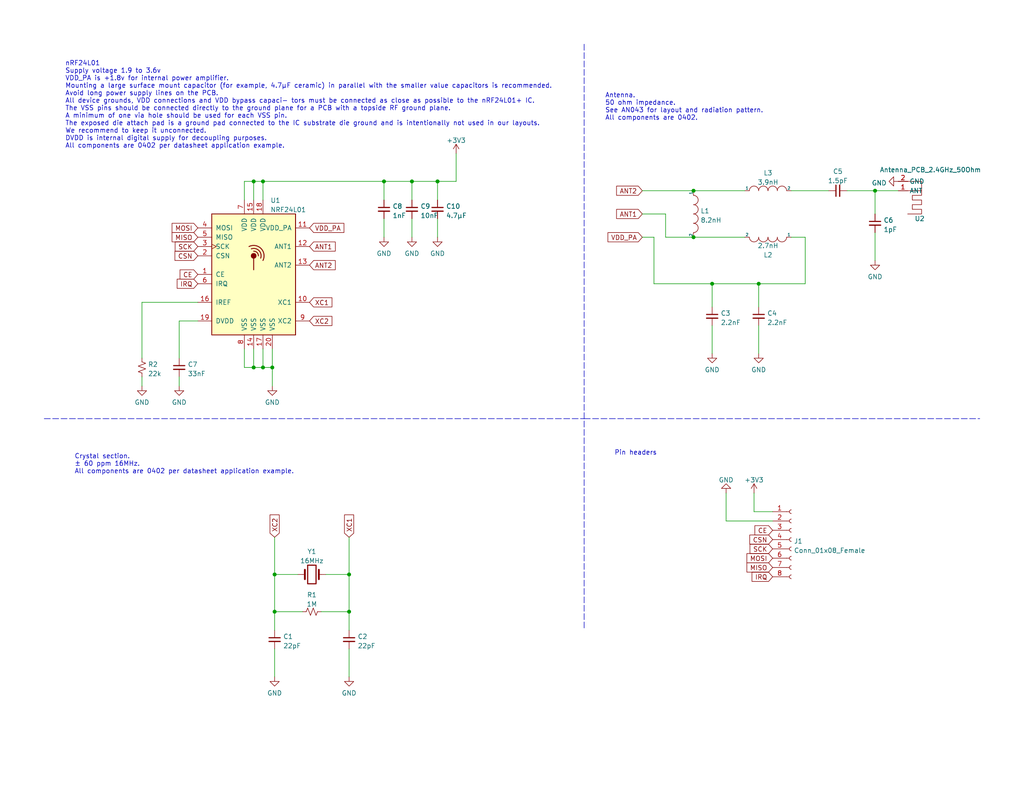
<source format=kicad_sch>
(kicad_sch (version 20211123) (generator eeschema)
  (paper "USLetter")
  (title_block (title "nRF24L01+ breakout board") (date "2023-03-04") (rev "v1") (company "Jed Parsons"))
  (lib_symbols
    (symbol "Connector:Conn_01x08_Female" (pin_names (offset 1.016) hide)
      (property "Reference" "J" (at 0 10.16 0))
      (property "Value" "Conn_01x08_Female" (at 0 -12.7 0))
      (symbol "Conn_01x08_Female_1_1"
        (arc (start 0 -9.652) (mid -0.508 -10.16) (end 0 -10.668) (stroke (width 0.1524)))
        (arc (start 0 -7.112) (mid -0.508 -7.62) (end 0 -8.128) (stroke (width 0.1524)))
        (arc (start 0 -4.572) (mid -0.508 -5.08) (end 0 -5.588) (stroke (width 0.1524)))
        (arc (start 0 -2.032) (mid -0.508 -2.54) (end 0 -3.048) (stroke (width 0.1524)))
        (polyline (pts (xy -1.27 -10.16) (xy -0.508 -10.16)) (stroke (width 0.1524)))
        (polyline (pts (xy -1.27 -7.62) (xy -0.508 -7.62)) (stroke (width 0.1524)))
        (polyline (pts (xy -1.27 -5.08) (xy -0.508 -5.08)) (stroke (width 0.1524)))
        (polyline (pts (xy -1.27 -2.54) (xy -0.508 -2.54)) (stroke (width 0.1524)))
        (polyline (pts (xy -1.27 0) (xy -0.508 0)) (stroke (width 0.1524)))
        (polyline (pts (xy -1.27 2.54) (xy -0.508 2.54)) (stroke (width 0.1524)))
        (polyline (pts (xy -1.27 5.08) (xy -0.508 5.08)) (stroke (width 0.1524)))
        (polyline (pts (xy -1.27 7.62) (xy -0.508 7.62)) (stroke (width 0.1524)))
        (arc (start 0 0.508) (mid -0.508 0) (end 0 -0.508) (stroke (width 0.1524)))
        (arc (start 0 3.048) (mid -0.508 2.54) (end 0 2.032) (stroke (width 0.1524)))
        (arc (start 0 5.588) (mid -0.508 5.08) (end 0 4.572) (stroke (width 0.1524)))
        (arc (start 0 8.128) (mid -0.508 7.62) (end 0 7.112) (stroke (width 0.1524)))
        (pin passive line (at -5.08 7.62 0) (length 3.81) (name "Pin_1") (number "1"))
        (pin passive line (at -5.08 5.08 0) (length 3.81) (name "Pin_2") (number "2"))
        (pin passive line (at -5.08 2.54 0) (length 3.81) (name "Pin_3") (number "3"))
        (pin passive line (at -5.08 0 0) (length 3.81) (name "Pin_4") (number "4"))
        (pin passive line (at -5.08 -2.54 0) (length 3.81) (name "Pin_5") (number "5"))
        (pin passive line (at -5.08 -5.08 0) (length 3.81) (name "Pin_6") (number "6"))
        (pin passive line (at -5.08 -7.62 0) (length 3.81) (name "Pin_7") (number "7"))
        (pin passive line (at -5.08 -10.16 0) (length 3.81) (name "Pin_8") (number "8"))
      )
    )
    (symbol "Custom:Antenna_PCB_2.4GHz_50Ohm"
      (property "Reference" "U" (at 0 7.62 0))
      (property "Value" "Antenna_PCB_2.4GHz_50Ohm" (at 0 -8.89 0))
      (symbol "Antenna_PCB_2.4GHz_50Ohm_0_1"
        (polyline (pts (xy 0 0) (xy 3.81 0) (xy 3.81 2.54) (xy 0 2.54)) (stroke (width 0.1524)))
        (polyline (pts (xy 3.81 0) (xy 3.81 -1.27) (xy 1.27 -1.27) (xy 1.27 -2.54) (xy 3.81 -2.54) (xy 3.81 -3.81) (xy 1.27 -3.81) (xy 1.27 -5.08) (xy 3.81 -5.08) (xy 3.81 -6.35) (xy 0 -6.35)) (stroke (width 0.1524)))
      )
      (symbol "Antenna_PCB_2.4GHz_50Ohm_1_1"
        (pin bidirectional line (at -2.54 0 0) (length 2.54) (name "ANT") (number "1"))
        (pin bidirectional line (at -2.54 2.54 0) (length 2.54) (name "GND") (number "2"))
      )
    )
    (symbol "Device:C_Small" (pin_numbers hide) (pin_names (offset 0.254) hide)
      (property "Reference" "C" (at 0.254 1.778 0))
      (property "Value" "C_Small" (at 0.254 -2.032 0))
      (symbol "C_Small_0_1"
        (polyline (pts (xy -1.524 -0.508) (xy 1.524 -0.508)) (stroke (width 0.3302)))
        (polyline (pts (xy -1.524 0.508) (xy 1.524 0.508)) (stroke (width 0.3048)))
      )
      (symbol "C_Small_1_1"
        (pin passive line (at 0 2.54 270) (length 2.032) (name "~") (number "1"))
        (pin passive line (at 0 -2.54 90) (length 2.032) (name "~") (number "2"))
      )
    )
    (symbol "Device:Crystal" (pin_numbers hide) (pin_names (offset 1.016) hide)
      (property "Reference" "Y" (at 0 3.81 0))
      (property "Value" "Crystal" (at 0 -3.81 0))
      (symbol "Crystal_0_1"
        (rectangle (start -1.143 2.54) (end 1.143 -2.54) (stroke (width 0.3048)))
        (polyline (pts (xy -2.54 0) (xy -1.905 0)))
        (polyline (pts (xy -1.905 -1.27) (xy -1.905 1.27)) (stroke (width 0.508)))
        (polyline (pts (xy 1.905 -1.27) (xy 1.905 1.27)) (stroke (width 0.508)))
        (polyline (pts (xy 2.54 0) (xy 1.905 0)))
      )
      (symbol "Crystal_1_1"
        (pin passive line (at -3.81 0 0) (length 1.27) (name "1") (number "1"))
        (pin passive line (at 3.81 0 180) (length 1.27) (name "2") (number "2"))
      )
    )
    (symbol "Device:R_Small_US" (pin_numbers hide) (pin_names (offset 0.254) hide)
      (property "Reference" "R" (at 0.762 0.508 0))
      (property "Value" "R_Small_US" (at 0.762 -1.016 0))
      (symbol "R_Small_US_1_1"
        (polyline (pts (xy 0 0) (xy 1.016 -0.381) (xy 0 -0.762) (xy -1.016 -1.143) (xy 0 -1.524)))
        (polyline (pts (xy 0 1.524) (xy 1.016 1.143) (xy 0 0.762) (xy -1.016 0.381) (xy 0 0)))
        (pin passive line (at 0 2.54 270) (length 1.016) (name "~") (number "1"))
        (pin passive line (at 0 -2.54 90) (length 1.016) (name "~") (number "2"))
      )
    )
    (symbol "RF:NRF24L01" (pin_names (offset 1.016))
      (property "Reference" "U" (at -11.43 17.78 0))
      (property "Value" "NRF24L01" (at 5.08 17.78 0))
      (symbol "NRF24L01_0_1"
        (rectangle (start -11.43 16.51) (end 11.43 -16.51) (stroke (width 0.254)) (fill (type background)))
        (polyline (pts (xy 0 4.445) (xy 0 1.27)) (stroke (width 0.254)))
        (circle (center 0 5.08) (radius 0.635) (stroke (width 0.254)) (fill (type outline)))
        (arc (start 1.27 5.08) (mid 0.9071 5.9946) (end 0 6.35) (stroke (width 0.254)))
        (arc (start 1.905 4.445) (mid 1.4313 6.5254) (end -0.635 6.985) (stroke (width 0.254)))
        (arc (start 2.54 3.81) (mid 2.008 7.088) (end -1.27 7.62) (stroke (width 0.254)))
        (rectangle (start 11.43 -13.97) (end 11.43 -13.97))
      )
      (symbol "NRF24L01_1_1"
        (pin input line (at -15.24 0 0) (length 3.81) (name "CE") (number "1"))
        (pin passive line (at 15.24 -7.62 180) (length 3.81) (name "XC1") (number "10"))
        (pin power_out line (at 15.24 12.7 180) (length 3.81) (name "VDD_PA") (number "11"))
        (pin passive line (at 15.24 7.62 180) (length 3.81) (name "ANT1") (number "12"))
        (pin passive line (at 15.24 2.54 180) (length 3.81) (name "ANT2") (number "13"))
        (pin power_in line (at 0 -20.32 90) (length 3.81) (name "VSS") (number "14"))
        (pin power_in line (at 0 20.32 270) (length 3.81) (name "VDD") (number "15"))
        (pin passive line (at -15.24 -7.62 0) (length 3.81) (name "IREF") (number "16"))
        (pin power_in line (at 2.54 -20.32 90) (length 3.81) (name "VSS") (number "17"))
        (pin power_in line (at 2.54 20.32 270) (length 3.81) (name "VDD") (number "18"))
        (pin power_out line (at -15.24 -12.7 0) (length 3.81) (name "DVDD") (number "19"))
        (pin input line (at -15.24 5.08 0) (length 3.81) (name "CSN") (number "2"))
        (pin power_in line (at 5.08 -20.32 90) (length 3.81) (name "VSS") (number "20"))
        (pin input clock (at -15.24 7.62 0) (length 3.81) (name "SCK") (number "3"))
        (pin input line (at -15.24 12.7 0) (length 3.81) (name "MOSI") (number "4"))
        (pin output line (at -15.24 10.16 0) (length 3.81) (name "MISO") (number "5"))
        (pin output line (at -15.24 -2.54 0) (length 3.81) (name "IRQ") (number "6"))
        (pin power_in line (at -2.54 20.32 270) (length 3.81) (name "VDD") (number "7"))
        (pin power_in line (at -2.54 -20.32 90) (length 3.81) (name "VSS") (number "8"))
        (pin passive line (at 15.24 -12.7 180) (length 3.81) (name "XC2") (number "9"))
      )
    )
    (symbol "power:+3V3" (power) (pin_names (offset 0))
      (property "Value" "+3V3" (at 0 3.556 0))
      (symbol "+3V3_0_1"
        (polyline (pts (xy -0.762 1.27) (xy 0 2.54)))
        (polyline (pts (xy 0 0) (xy 0 2.54)))
        (polyline (pts (xy 0 2.54) (xy 0.762 1.27)))
      )
      (symbol "+3V3_1_1"
        (pin power_in line (at 0 0 90) (length 0) hide (name "+3V3") (number "1"))
      )
    )
    (symbol "power:GND" (power) (pin_names (offset 0))
      (property "Value" "GND" (at 0 -3.81 0))
      (symbol "GND_0_1"
        (polyline (pts (xy 0 0) (xy 0 -1.27) (xy 1.27 -1.27) (xy 0 -2.54) (xy -1.27 -1.27) (xy 0 -1.27)))
      )
      (symbol "GND_1_1"
        (pin power_in line (at 0 0 270) (length 0) hide (name "GND") (number "1"))
      )
    )
    (symbol "pspice:INDUCTOR" (pin_numbers hide) (pin_names (offset 0))
      (property "Reference" "L" (at 0 2.54 0))
      (property "Value" "INDUCTOR" (at 0 -1.27 0))
      (symbol "INDUCTOR_0_1"
        (arc (start -2.54 0) (mid -3.81 1.27) (end -5.08 0))
        (arc (start 0 0) (mid -1.27 1.27) (end -2.54 0))
        (arc (start 2.54 0) (mid 1.27 1.27) (end 0 0))
        (arc (start 5.08 0) (mid 3.81 1.27) (end 2.54 0))
      )
      (symbol "INDUCTOR_1_1"
        (pin input line (at -6.35 0 0) (length 1.27) (name "1") (number "1"))
        (pin input line (at 6.35 0 180) (length 1.27) (name "2") (number "2"))
      )
    )
  )
  (junction (at 69.215 100.33))
  (junction (at 95.25 167.005))
  (junction (at 189.23 52.07))
  (junction (at 71.755 100.33))
  (junction (at 74.93 156.845))
  (junction (at 74.93 167.005))
  (junction (at 95.25 156.845))
  (junction (at 69.215 49.53))
  (junction (at 74.295 100.33))
  (junction (at 112.395 49.53))
  (junction (at 104.775 49.53))
  (junction (at 119.38 49.53))
  (junction (at 238.76 52.07))
  (junction (at 207.01 77.47))
  (junction (at 71.755 49.53))
  (junction (at 194.31 77.47))
  (junction (at 189.23 64.77))
  (wire (pts (xy 66.675 100.33) (xy 69.215 100.33)))
  (wire (pts (xy 66.675 95.25) (xy 66.675 100.33)))
  (wire (pts (xy 194.31 77.47) (xy 194.31 83.82)))
  (wire (pts (xy 38.735 102.87) (xy 38.735 105.41)))
  (wire (pts (xy 189.23 64.77) (xy 203.2 64.77)))
  (wire (pts (xy 119.38 59.69) (xy 119.38 64.77)))
  (wire (pts (xy 112.395 49.53) (xy 119.38 49.53)))
  (wire (pts (xy 119.38 49.53) (xy 119.38 54.61)))
  (wire (pts (xy 194.31 88.9) (xy 194.31 96.52)))
  (wire (pts (xy 219.71 77.47) (xy 207.01 77.47)))
  (wire (pts (xy 205.74 134.62) (xy 205.74 139.7)))
  (wire (pts (xy 69.215 49.53) (xy 71.755 49.53)))
  (wire (pts (xy 74.93 167.005) (xy 82.55 167.005)))
  (wire (pts (xy 194.31 77.47) (xy 178.435 77.47)))
  (wire (pts (xy 38.735 82.55) (xy 38.735 97.79)))
  (wire (pts (xy 95.25 146.685) (xy 95.25 156.845)))
  (wire (pts (xy 71.755 49.53) (xy 104.775 49.53)))
  (wire (pts (xy 53.975 82.55) (xy 38.735 82.55)))
  (wire (pts (xy 215.9 52.07) (xy 226.06 52.07)))
  (wire (pts (xy 219.71 64.77) (xy 219.71 77.47)))
  (wire (pts (xy 95.25 167.005) (xy 95.25 172.085)))
  (wire (pts (xy 66.675 54.61) (xy 66.675 49.53)))
  (wire (pts (xy 74.93 156.845) (xy 74.93 167.005)))
  (wire (pts (xy 48.895 97.79) (xy 48.895 87.63)))
  (wire (pts (xy 104.775 59.69) (xy 104.775 64.77)))
  (wire (pts (xy 69.215 95.25) (xy 69.215 100.33)))
  (wire (pts (xy 175.26 64.77) (xy 178.435 64.77)))
  (wire (pts (xy 95.25 156.845) (xy 95.25 167.005)))
  (wire (pts (xy 104.775 49.53) (xy 104.775 54.61)))
  (wire (pts (xy 95.25 177.165) (xy 95.25 184.785)))
  (wire (pts (xy 74.93 156.845) (xy 81.28 156.845)))
  (wire (pts (xy 181.61 64.77) (xy 181.61 58.42)))
  (wire (pts (xy 74.93 146.685) (xy 74.93 156.845)))
  (wire (pts (xy 238.76 52.07) (xy 245.11 52.07)))
  (polyline (pts (xy 12.065 114.3) (xy 159.385 114.3)))
  (wire (pts (xy 71.755 54.61) (xy 71.755 49.53)))
  (wire (pts (xy 124.46 41.91) (xy 124.46 49.53)))
  (wire (pts (xy 112.395 49.53) (xy 112.395 54.61)))
  (wire (pts (xy 198.12 134.62) (xy 198.12 142.24)))
  (wire (pts (xy 205.74 139.7) (xy 210.82 139.7)))
  (wire (pts (xy 48.895 102.87) (xy 48.895 105.41)))
  (wire (pts (xy 95.25 167.005) (xy 87.63 167.005)))
  (wire (pts (xy 207.01 88.9) (xy 207.01 96.52)))
  (wire (pts (xy 71.755 100.33) (xy 74.295 100.33)))
  (wire (pts (xy 175.26 52.07) (xy 189.23 52.07)))
  (wire (pts (xy 74.93 177.165) (xy 74.93 184.785)))
  (wire (pts (xy 215.9 64.77) (xy 219.71 64.77)))
  (wire (pts (xy 74.93 167.005) (xy 74.93 172.085)))
  (wire (pts (xy 104.775 49.53) (xy 112.395 49.53)))
  (wire (pts (xy 71.755 95.25) (xy 71.755 100.33)))
  (wire (pts (xy 69.215 100.33) (xy 71.755 100.33)))
  (wire (pts (xy 48.895 87.63) (xy 53.975 87.63)))
  (wire (pts (xy 69.215 54.61) (xy 69.215 49.53)))
  (wire (pts (xy 74.295 100.33) (xy 74.295 105.41)))
  (polyline (pts (xy 159.385 114.3) (xy 267.335 114.3)))
  (wire (pts (xy 74.295 95.25) (xy 74.295 100.33)))
  (wire (pts (xy 238.76 52.07) (xy 238.76 58.42)))
  (wire (pts (xy 88.9 156.845) (xy 95.25 156.845)))
  (wire (pts (xy 112.395 59.69) (xy 112.395 64.77)))
  (wire (pts (xy 189.23 52.07) (xy 203.2 52.07)))
  (wire (pts (xy 66.675 49.53) (xy 69.215 49.53)))
  (wire (pts (xy 207.01 77.47) (xy 207.01 83.82)))
  (wire (pts (xy 189.23 64.77) (xy 181.61 64.77)))
  (wire (pts (xy 198.12 142.24) (xy 210.82 142.24)))
  (wire (pts (xy 119.38 49.53) (xy 124.46 49.53)))
  (wire (pts (xy 238.76 63.5) (xy 238.76 71.12)))
  (wire (pts (xy 207.01 77.47) (xy 194.31 77.47)))
  (wire (pts (xy 178.435 77.47) (xy 178.435 64.77)))
  (wire (pts (xy 231.14 52.07) (xy 238.76 52.07)))
  (polyline (pts (xy 159.385 12.065) (xy 159.385 171.45)))
  (wire (pts (xy 175.26 58.42) (xy 181.61 58.42)))
  (text "Antenna.\n50 ohm impedance.\nSee AN043 for layout and radiation pattern.\nAll components are 0402." (at 165.1 33.02 0) (effects (font (size 1.27 1.27)) (justify left bottom)))
  (text "Crystal section.\n± 60 ppm 16MHz.\nAll components are 0402 per datasheet application example." (at 20.32 129.54 0) (effects (font (size 1.27 1.27)) (justify left bottom)))
  (text "Pin headers" (at 167.64 124.46 0) (effects (font (size 1.27 1.27)) (justify left bottom)))
  (text "nRF24L01\nSupply voltage 1.9 to 3.6v\nVDD_PA is +1.8v for internal power amplifier.\nMounting a large surface mount capacitor (for example, 4.7μF ceramic) in parallel with the smaller value capacitors is recommended.\nAvoid long power supply lines on the PCB.\nAll device grounds, VDD connections and VDD bypass capaci- tors must be connected as close as possible to the nRF24L01+ IC.\nThe VSS pins should be connected directly to the ground plane for a PCB with a topside RF ground plane.\nA minimum of one via hole should be used for each VSS pin.\nThe exposed die attach pad is a ground pad connected to the IC substrate die ground and is intentionally not used in our layouts.\nWe recommend to keep it unconnected.\nDVDD is internal digital supply for decoupling purposes.\nAll components are 0402 per datasheet application example." (at 17.78 40.64 0) (effects (font (size 1.27 1.27)) (justify left bottom)))
  (global_label "ANT2" (shape input) (at 175.26 52.07 180) (property "Intersheet References" "${INTERSHEET_REFS}" (effects hide)))
  (global_label "IRQ" (shape input) (at 53.975 77.47 180) (property "Intersheet References" "${INTERSHEET_REFS}" (effects hide)))
  (global_label "IRQ" (shape input) (at 210.82 157.48 180) (property "Intersheet References" "${INTERSHEET_REFS}" (effects hide)))
  (global_label "ANT2" (shape input) (at 84.455 72.39 0) (property "Intersheet References" "${INTERSHEET_REFS}" (effects hide)))
  (global_label "XC1" (shape input) (at 95.25 146.685 90) (property "Intersheet References" "${INTERSHEET_REFS}" (effects hide)))
  (global_label "CSN" (shape input) (at 53.975 69.85 180) (property "Intersheet References" "${INTERSHEET_REFS}" (effects hide)))
  (global_label "CE" (shape input) (at 53.975 74.93 180) (property "Intersheet References" "${INTERSHEET_REFS}" (effects hide)))
  (global_label "MOSI" (shape input) (at 210.82 152.4 180) (property "Intersheet References" "${INTERSHEET_REFS}" (effects hide)))
  (global_label "SCK" (shape input) (at 53.975 67.31 180) (property "Intersheet References" "${INTERSHEET_REFS}" (effects hide)))
  (global_label "SCK" (shape input) (at 210.82 149.86 180) (property "Intersheet References" "${INTERSHEET_REFS}" (effects hide)))
  (global_label "XC2" (shape input) (at 84.455 87.63 0) (property "Intersheet References" "${INTERSHEET_REFS}" (effects hide)))
  (global_label "ANT1" (shape input) (at 84.455 67.31 0) (property "Intersheet References" "${INTERSHEET_REFS}" (effects hide)))
  (global_label "MOSI" (shape input) (at 53.975 62.23 180) (property "Intersheet References" "${INTERSHEET_REFS}" (effects hide)))
  (global_label "VDD_PA" (shape input) (at 175.26 64.77 180) (property "Intersheet References" "${INTERSHEET_REFS}" (effects hide)))
  (global_label "VDD_PA" (shape input) (at 84.455 62.23 0) (property "Intersheet References" "${INTERSHEET_REFS}" (effects hide)))
  (global_label "XC1" (shape input) (at 84.455 82.55 0) (property "Intersheet References" "${INTERSHEET_REFS}" (effects hide)))
  (global_label "ANT1" (shape input) (at 175.26 58.42 180) (property "Intersheet References" "${INTERSHEET_REFS}" (effects hide)))
  (global_label "MISO" (shape input) (at 53.975 64.77 180) (property "Intersheet References" "${INTERSHEET_REFS}" (effects hide)))
  (global_label "CE" (shape input) (at 210.82 144.78 180) (property "Intersheet References" "${INTERSHEET_REFS}" (effects hide)))
  (global_label "MISO" (shape input) (at 210.82 154.94 180) (property "Intersheet References" "${INTERSHEET_REFS}" (effects hide)))
  (global_label "XC2" (shape input) (at 74.93 146.685 90) (property "Intersheet References" "${INTERSHEET_REFS}" (effects hide)))
  (global_label "CSN" (shape input) (at 210.82 147.32 180) (property "Intersheet References" "${INTERSHEET_REFS}" (effects hide)))
  (symbol (lib_id "power:+3V3") (at 205.74 134.62 0) (unit 1)
    (property "Reference" "#PWR0112" (effects hide))
    (property "Value" "+3V3" (at 205.74 131.0442 0))
  )
  (symbol (lib_id "power:GND") (at 38.735 105.41 0) (unit 1)
    (property "Reference" "#PWR0102" (effects hide))
    (property "Value" "GND" (at 38.735 109.8534 0))
  )
  (symbol (lib_id "power:GND") (at 198.12 134.62 180) (unit 1)
    (property "Reference" "#PWR0113" (effects hide))
    (property "Value" "GND" (at 198.12 131.0442 0))
  )
  (symbol (lib_id "Device:C_Small") (at 119.38 57.15 0) (unit 1)
    (property "Reference" "C10" (at 121.7041 56.3216 0) (effects (justify left)))
    (property "Value" "4.7µF" (at 121.7041 58.8585 0) (effects (justify left)))
    (property "Footprint" "Capacitor_SMD:C_0603_1608Metric" (effects hide))
  )
  (symbol (lib_id "power:GND") (at 112.395 64.77 0) (unit 1)
    (property "Reference" "#PWR0104" (effects hide))
    (property "Value" "GND" (at 112.395 69.2134 0))
  )
  (symbol (lib_id "power:GND") (at 95.25 184.785 0) (unit 1)
    (property "Reference" "#PWR0110" (effects hide))
    (property "Value" "GND" (at 95.25 189.2284 0))
  )
  (symbol (lib_id "power:GND") (at 245.11 49.53 270) (unit 1)
    (property "Reference" "#PWR0115" (effects hide))
    (property "Value" "GND" (at 241.9351 49.9638 90) (effects (justify right)))
  )
  (symbol (lib_id "power:GND") (at 207.01 96.52 0) (unit 1)
    (property "Reference" "#PWR0108" (effects hide))
    (property "Value" "GND" (at 207.01 100.9634 0))
  )
  (symbol (lib_id "Device:C_Small") (at 228.6 52.07 90) (unit 1)
    (property "Reference" "C5" (at 228.6063 46.8081 90))
    (property "Value" "1.5pF" (at 228.6063 49.345 90))
    (property "Footprint" "Capacitor_SMD:C_0402_1005Metric" (effects hide))
  )
  (symbol (lib_id "Device:C_Small") (at 95.25 174.625 0) (unit 1)
    (property "Reference" "C2" (at 97.5741 173.7966 0) (effects (justify left)))
    (property "Value" "22pF" (at 97.5741 176.3335 0) (effects (justify left)))
    (property "Footprint" "Capacitor_SMD:C_0402_1005Metric" (effects hide))
  )
  (symbol (lib_id "Device:R_Small_US") (at 85.09 167.005 270) (unit 1)
    (property "Reference" "R1" (at 85.09 162.4162 90))
    (property "Value" "1M" (at 85.09 164.9531 90))
    (property "Footprint" "Resistor_SMD:R_0402_1005Metric" (effects hide))
  )
  (symbol (lib_id "Device:C_Small") (at 207.01 86.36 0) (unit 1)
    (property "Reference" "C4" (at 209.3341 85.5316 0) (effects (justify left)))
    (property "Value" "2.2nF" (at 209.3341 88.0685 0) (effects (justify left)))
    (property "Footprint" "Capacitor_SMD:C_0402_1005Metric" (effects hide))
  )
  (symbol (lib_id "Device:C_Small") (at 194.31 86.36 0) (unit 1)
    (property "Reference" "C3" (at 196.6341 85.5316 0) (effects (justify left)))
    (property "Value" "2.2nF" (at 196.6341 88.0685 0) (effects (justify left)))
    (property "Footprint" "Capacitor_SMD:C_0402_1005Metric" (effects hide))
  )
  (symbol (lib_id "Device:C_Small") (at 238.76 60.96 0) (unit 1)
    (property "Reference" "C6" (at 241.0841 60.1316 0) (effects (justify left)))
    (property "Value" "1pF" (at 241.0841 62.6685 0) (effects (justify left)))
    (property "Footprint" "Capacitor_SMD:C_0402_1005Metric" (effects hide))
  )
  (symbol (lib_id "Device:C_Small") (at 112.395 57.15 0) (unit 1)
    (property "Reference" "C9" (at 114.7191 56.3216 0) (effects (justify left)))
    (property "Value" "10nF" (at 114.7191 58.8585 0) (effects (justify left)))
    (property "Footprint" "Capacitor_SMD:C_0402_1005Metric" (effects hide))
  )
  (symbol (lib_id "power:GND") (at 74.93 184.785 0) (unit 1)
    (property "Reference" "#PWR0111" (effects hide))
    (property "Value" "GND" (at 74.93 189.2284 0))
  )
  (symbol (lib_id "pspice:INDUCTOR") (at 209.55 52.07 0) (unit 1)
    (property "Reference" "L3" (at 209.55 47.2272 0))
    (property "Value" "3.9nH" (at 209.55 49.7641 0))
    (property "Footprint" "Inductor_SMD:L_0402_1005Metric" (effects hide))
  )
  (symbol (lib_id "power:GND") (at 104.775 64.77 0) (unit 1)
    (property "Reference" "#PWR0105" (effects hide))
    (property "Value" "GND" (at 104.775 69.2134 0))
  )
  (symbol (lib_id "RF:NRF24L01") (at 69.215 74.93 0) (unit 1)
    (property "Reference" "U1" (at 73.7744 54.7202 0) (effects (justify left)))
    (property "Value" "NRF24L01" (at 73.7744 57.2571 0) (effects (justify left)))
    (property "Footprint" "Package_DFN_QFN:QFN-20-1EP_4x4mm_P0.5mm_EP2.5x2.5mm" (effects hide))
    (property "Datasheet" "http://www.nordicsemi.com/eng/content/download/2730/34105/file/nRF24L01_Product_Specification_v2_0.pdf" (effects hide))
  )
  (symbol (lib_id "Device:C_Small") (at 104.775 57.15 0) (unit 1)
    (property "Reference" "C8" (at 107.0991 56.3216 0) (effects (justify left)))
    (property "Value" "1nF" (at 107.0991 58.8585 0) (effects (justify left)))
    (property "Footprint" "Capacitor_SMD:C_0402_1005Metric" (effects hide))
  )
  (symbol (lib_id "Device:C_Small") (at 74.93 174.625 0) (unit 1)
    (property "Reference" "C1" (at 77.2541 173.7966 0) (effects (justify left)))
    (property "Value" "22pF" (at 77.2541 176.3335 0) (effects (justify left)))
    (property "Footprint" "Capacitor_SMD:C_0402_1005Metric" (effects hide))
  )
  (symbol (lib_id "power:GND") (at 194.31 96.52 0) (unit 1)
    (property "Reference" "#PWR0107" (effects hide))
    (property "Value" "GND" (at 194.31 100.9634 0))
  )
  (symbol (lib_id "power:GND") (at 238.76 71.12 0) (unit 1)
    (property "Reference" "#PWR0109" (effects hide))
    (property "Value" "GND" (at 238.76 75.5634 0))
  )
  (symbol (lib_id "Device:C_Small") (at 48.895 100.33 0) (unit 1)
    (property "Reference" "C7" (at 51.2191 99.5016 0) (effects (justify left)))
    (property "Value" "33nF" (at 51.2191 102.0385 0) (effects (justify left)))
    (property "Footprint" "Capacitor_SMD:C_0402_1005Metric" (effects hide))
  )
  (symbol (lib_id "Device:Crystal") (at 85.09 156.845 0) (unit 1)
    (property "Reference" "Y1" (at 85.09 150.5798 0))
    (property "Value" "16MHz" (at 85.09 153.1167 0))
    (property "Footprint" "Crystal:Resonator-2Pin_W6.0mm_H3.0mm" (effects hide))
  )
  (symbol (lib_id "power:+3V3") (at 124.46 41.91 0) (unit 1)
    (property "Reference" "#PWR0106" (effects hide))
    (property "Value" "+3V3" (at 124.46 38.3342 0))
  )
  (symbol (lib_id "Custom:Antenna_PCB_2.4GHz_50Ohm") (at 247.65 52.07 0) (unit 1)
    (property "Reference" "U2" (at 249.555 59.69 0) (effects (justify left)))
    (property "Value" "Antenna_PCB_2.4GHz_50Ohm" (at 240.03 46.355 0) (effects (justify left)))
    (property "Footprint" "RF_Antenna:Antenna_PCB_2.4GHz_50Ohm" (effects hide))
  )
  (symbol (lib_id "power:GND") (at 119.38 64.77 0) (unit 1)
    (property "Reference" "#PWR0114" (effects hide))
    (property "Value" "GND" (at 119.38 69.2134 0))
  )
  (symbol (lib_id "Connector:Conn_01x08_Female") (at 215.9 147.32 0) (unit 1)
    (property "Reference" "J1" (at 216.6112 147.7553 0) (effects (justify left)))
    (property "Value" "Conn_01x08_Female" (at 216.6112 150.2922 0) (effects (justify left)))
    (property "Footprint" "Connector_PinHeader_2.54mm:PinHeader_1x08_P2.54mm_Vertical" (effects hide))
  )
  (symbol (lib_id "pspice:INDUCTOR") (at 209.55 64.77 180) (unit 1)
    (property "Reference" "L2" (at 209.55 69.6128 0))
    (property "Value" "2.7nH" (at 209.55 67.0759 0))
    (property "Footprint" "Inductor_SMD:L_0402_1005Metric" (effects hide))
  )
  (symbol (lib_id "pspice:INDUCTOR") (at 189.23 58.42 270) (unit 1)
    (property "Reference" "L1" (at 191.135 57.5853 90) (effects (justify left)))
    (property "Value" "8.2nH" (at 191.135 60.1222 90) (effects (justify left)))
    (property "Footprint" "Inductor_SMD:L_0402_1005Metric" (effects hide))
  )
  (symbol (lib_id "Device:R_Small_US") (at 38.735 100.33 0) (unit 1)
    (property "Reference" "R2" (at 40.386 99.4953 0) (effects (justify left)))
    (property "Value" "22k" (at 40.386 102.0322 0) (effects (justify left)))
    (property "Footprint" "Resistor_SMD:R_0402_1005Metric" (effects hide))
  )
  (symbol (lib_id "power:GND") (at 48.895 105.41 0) (unit 1)
    (property "Reference" "#PWR0101" (effects hide))
    (property "Value" "GND" (at 48.895 109.8534 0))
  )
  (symbol (lib_id "power:GND") (at 74.295 105.41 0) (unit 1)
    (property "Reference" "#PWR0103" (effects hide))
    (property "Value" "GND" (at 74.295 109.8534 0))
  )
)
</source>
